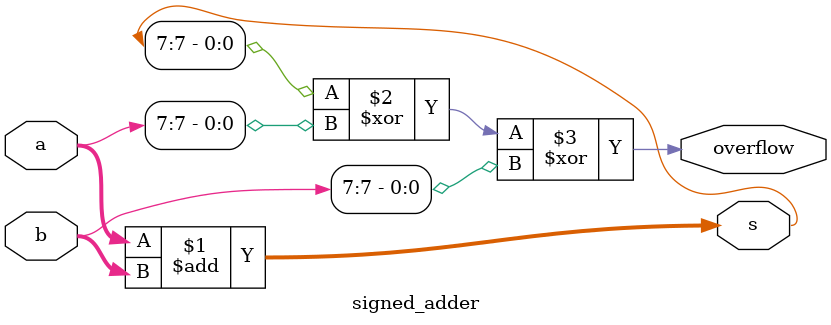
<source format=v>

module signed_adder(input [7:0] a,
    input [7:0] b,
    output [7:0] s,
    output overflow
); 

// The numbers a and b are added to the output s. 
// assign the occurence of the signed overflow of a and b to the output overflow.
// a signed overflow occurs if the most significant bits of a and b are low and the most significant bit of s is high
// a signed overflow may also occur if the most significant bits of a and b are high and the most significant bit of s is low



assign s=a+b;
assign overflow=s[7]^a[7]^b[7];
//nand n1(overflow,a[7],b[7]);

endmodule

</source>
